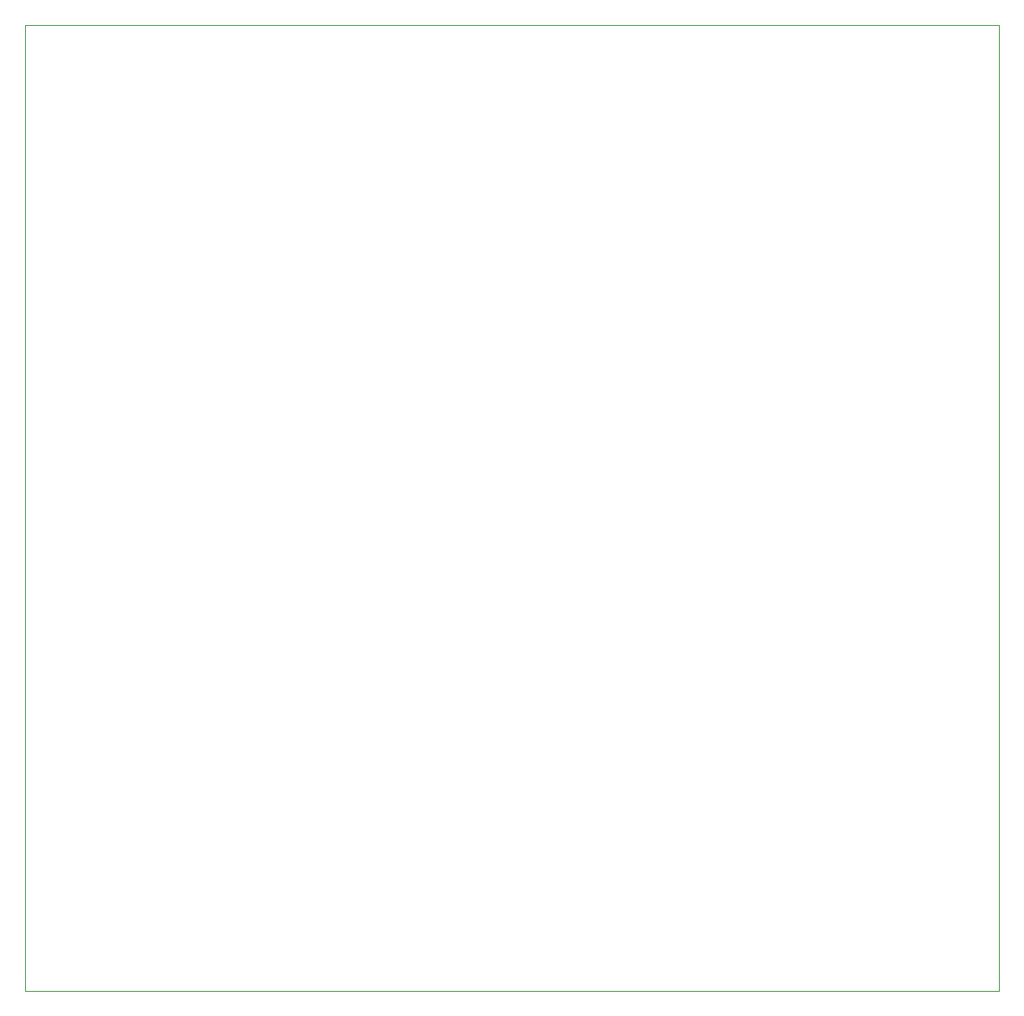
<source format=gm1>
G04 #@! TF.GenerationSoftware,KiCad,Pcbnew,(6.0.1)*
G04 #@! TF.CreationDate,2022-06-06T21:41:38+02:00*
G04 #@! TF.ProjectId,rf_test_board,72665f74-6573-4745-9f62-6f6172642e6b,rev?*
G04 #@! TF.SameCoordinates,Original*
G04 #@! TF.FileFunction,Profile,NP*
%FSLAX46Y46*%
G04 Gerber Fmt 4.6, Leading zero omitted, Abs format (unit mm)*
G04 Created by KiCad (PCBNEW (6.0.1)) date 2022-06-06 21:41:38*
%MOMM*%
%LPD*%
G01*
G04 APERTURE LIST*
G04 #@! TA.AperFunction,Profile*
%ADD10C,0.100000*%
G04 #@! TD*
G04 APERTURE END LIST*
D10*
X54229000Y-64744600D02*
X152984200Y-64744600D01*
X152984200Y-64744600D02*
X152984200Y-162763200D01*
X152984200Y-162763200D02*
X54229000Y-162763200D01*
X54229000Y-162763200D02*
X54229000Y-64744600D01*
M02*

</source>
